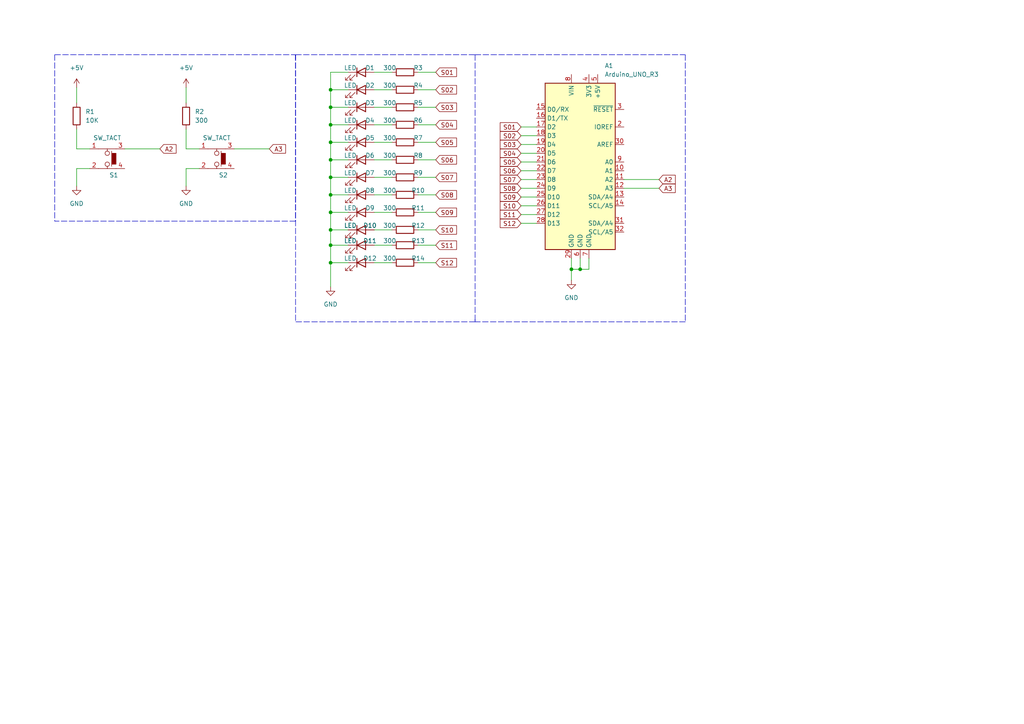
<source format=kicad_sch>
(kicad_sch (version 20211123) (generator eeschema)
  (paper "A4")
  (lib_symbols
    (symbol "1_kjc_LED_RL:SW_TACT"
      (property "Reference" "S" (at 0 -12.7 0))
      (property "Value" "SW_TACT" (at 0 12.7 0))
      (symbol "SW_TACT_0_1"
        (polyline (pts (xy 0 1.905) (xy 5.08 1.905)))
        (polyline (pts (xy 0 7.62) (xy 5.08 7.62)))
        (polyline (pts (xy 2.54 1.905) (xy 2.54 2.54)))
        (polyline (pts (xy 2.54 6.985) (xy 2.54 7.62)))
        (polyline (pts (xy 3.81 6.985) (xy 3.81 2.54) (xy 3.81 3.175) (xy 5.08 3.175) (xy 5.08 6.35) (xy 3.81 6.35)) (fill (type outline)))
        (circle (center 2.54 3.175) (radius 0.635))
        (circle (center 2.54 6.35) (radius 0.635))
      )
      (symbol "SW_TACT_1_1"
        (pin input line (at -2.54 7.62 0) (length 2.54) (name "") (number "1"))
        (pin input line (at -2.54 1.905 0) (length 2.54) (name "") (number "2"))
        (pin input line (at 7.62 7.62 180) (length 2.54) (name "") (number "3"))
        (pin input line (at 7.62 1.905 180) (length 2.54) (name "") (number "4"))
      )
    )
    (symbol "Device:LED" (pin_numbers hide) (pin_names (offset 1.016) hide)
      (property "Reference" "D" (at 0 2.54 0))
      (property "Value" "LED" (at 0 -2.54 0))
      (symbol "LED_0_1"
        (polyline (pts (xy -1.27 -1.27) (xy -1.27 1.27)) (stroke (width 0.254)))
        (polyline (pts (xy -1.27 0) (xy 1.27 0)))
        (polyline (pts (xy 1.27 -1.27) (xy 1.27 1.27) (xy -1.27 0) (xy 1.27 -1.27)) (stroke (width 0.254)))
        (polyline (pts (xy -3.048 -0.762) (xy -4.572 -2.286) (xy -3.81 -2.286) (xy -4.572 -2.286) (xy -4.572 -1.524)))
        (polyline (pts (xy -1.778 -0.762) (xy -3.302 -2.286) (xy -2.54 -2.286) (xy -3.302 -2.286) (xy -3.302 -1.524)))
      )
      (symbol "LED_1_1"
        (pin passive line (at -3.81 0 0) (length 2.54) (name "K") (number "1"))
        (pin passive line (at 3.81 0 180) (length 2.54) (name "A") (number "2"))
      )
    )
    (symbol "Device:R" (pin_numbers hide) (pin_names (offset 0))
      (property "Reference" "R" (at 2.032 0 90))
      (property "Value" "R" (at 0 0 90))
      (symbol "R_0_1"
        (rectangle (start -1.016 -2.54) (end 1.016 2.54) (stroke (width 0.254)))
      )
      (symbol "R_1_1"
        (pin passive line (at 0 3.81 270) (length 1.27) (name "~") (number "1"))
        (pin passive line (at 0 -3.81 90) (length 1.27) (name "~") (number "2"))
      )
    )
    (symbol "MCU_Module:Arduino_UNO_R3"
      (property "Reference" "A" (at -10.16 23.495 0))
      (property "Value" "Arduino_UNO_R3" (at 5.08 -26.67 0))
      (symbol "Arduino_UNO_R3_0_1"
        (rectangle (start -10.16 22.86) (end 10.16 -25.4) (stroke (width 0.254)) (fill (type background)))
      )
      (symbol "Arduino_UNO_R3_1_1"
        (pin no_connect line (at -10.16 -20.32 0) (length 2.54) hide (name "NC") (number "1"))
        (pin bidirectional line (at 12.7 -2.54 180) (length 2.54) (name "A1") (number "10"))
        (pin bidirectional line (at 12.7 -5.08 180) (length 2.54) (name "A2") (number "11"))
        (pin bidirectional line (at 12.7 -7.62 180) (length 2.54) (name "A3") (number "12"))
        (pin bidirectional line (at 12.7 -10.16 180) (length 2.54) (name "SDA/A4") (number "13"))
        (pin bidirectional line (at 12.7 -12.7 180) (length 2.54) (name "SCL/A5") (number "14"))
        (pin bidirectional line (at -12.7 15.24 0) (length 2.54) (name "D0/RX") (number "15"))
        (pin bidirectional line (at -12.7 12.7 0) (length 2.54) (name "D1/TX") (number "16"))
        (pin bidirectional line (at -12.7 10.16 0) (length 2.54) (name "D2") (number "17"))
        (pin bidirectional line (at -12.7 7.62 0) (length 2.54) (name "D3") (number "18"))
        (pin bidirectional line (at -12.7 5.08 0) (length 2.54) (name "D4") (number "19"))
        (pin output line (at 12.7 10.16 180) (length 2.54) (name "IOREF") (number "2"))
        (pin bidirectional line (at -12.7 2.54 0) (length 2.54) (name "D5") (number "20"))
        (pin bidirectional line (at -12.7 0 0) (length 2.54) (name "D6") (number "21"))
        (pin bidirectional line (at -12.7 -2.54 0) (length 2.54) (name "D7") (number "22"))
        (pin bidirectional line (at -12.7 -5.08 0) (length 2.54) (name "D8") (number "23"))
        (pin bidirectional line (at -12.7 -7.62 0) (length 2.54) (name "D9") (number "24"))
        (pin bidirectional line (at -12.7 -10.16 0) (length 2.54) (name "D10") (number "25"))
        (pin bidirectional line (at -12.7 -12.7 0) (length 2.54) (name "D11") (number "26"))
        (pin bidirectional line (at -12.7 -15.24 0) (length 2.54) (name "D12") (number "27"))
        (pin bidirectional line (at -12.7 -17.78 0) (length 2.54) (name "D13") (number "28"))
        (pin power_in line (at -2.54 -27.94 90) (length 2.54) (name "GND") (number "29"))
        (pin input line (at 12.7 15.24 180) (length 2.54) (name "~{RESET}") (number "3"))
        (pin input line (at 12.7 5.08 180) (length 2.54) (name "AREF") (number "30"))
        (pin bidirectional line (at 12.7 -17.78 180) (length 2.54) (name "SDA/A4") (number "31"))
        (pin bidirectional line (at 12.7 -20.32 180) (length 2.54) (name "SCL/A5") (number "32"))
        (pin power_out line (at 2.54 25.4 270) (length 2.54) (name "3V3") (number "4"))
        (pin power_out line (at 5.08 25.4 270) (length 2.54) (name "+5V") (number "5"))
        (pin power_in line (at 0 -27.94 90) (length 2.54) (name "GND") (number "6"))
        (pin power_in line (at 2.54 -27.94 90) (length 2.54) (name "GND") (number "7"))
        (pin power_in line (at -2.54 25.4 270) (length 2.54) (name "VIN") (number "8"))
        (pin bidirectional line (at 12.7 0 180) (length 2.54) (name "A0") (number "9"))
      )
    )
    (symbol "power:+5V" (power) (pin_names (offset 0))
      (property "Value" "+5V" (at 0 3.556 0))
      (symbol "+5V_0_1"
        (polyline (pts (xy -0.762 1.27) (xy 0 2.54)))
        (polyline (pts (xy 0 0) (xy 0 2.54)))
        (polyline (pts (xy 0 2.54) (xy 0.762 1.27)))
      )
      (symbol "+5V_1_1"
        (pin power_in line (at 0 0 90) (length 0) hide (name "+5V") (number "1"))
      )
    )
    (symbol "power:GND" (power) (pin_names (offset 0))
      (property "Value" "GND" (at 0 -3.81 0))
      (symbol "GND_0_1"
        (polyline (pts (xy 0 0) (xy 0 -1.27) (xy 1.27 -1.27) (xy 0 -2.54) (xy -1.27 -1.27) (xy 0 -1.27)))
      )
      (symbol "GND_1_1"
        (pin power_in line (at 0 0 270) (length 0) hide (name "GND") (number "1"))
      )
    )
  )
  (junction (at 95.885 61.595))
  (junction (at 95.885 26.035))
  (junction (at 95.885 46.355))
  (junction (at 95.885 66.675))
  (junction (at 165.735 78.105))
  (junction (at 95.885 36.195))
  (junction (at 95.885 71.12))
  (junction (at 95.885 76.2))
  (junction (at 95.885 41.275))
  (junction (at 95.885 56.515))
  (junction (at 95.885 31.115))
  (junction (at 95.885 51.435))
  (junction (at 168.275 78.105))
  (wire (pts (xy 95.885 71.12) (xy 95.885 76.2)))
  (polyline (pts (xy 137.795 93.345) (xy 85.725 93.345)))
  (wire (pts (xy 100.965 31.115) (xy 95.885 31.115)))
  (wire (pts (xy 165.735 74.93) (xy 165.735 78.105)))
  (wire (pts (xy 165.735 78.105) (xy 168.275 78.105)))
  (wire (pts (xy 121.285 31.115) (xy 126.365 31.115)))
  (wire (pts (xy 100.965 76.2) (xy 95.885 76.2)))
  (wire (pts (xy 95.885 66.675) (xy 95.885 71.12)))
  (wire (pts (xy 121.285 66.675) (xy 126.365 66.675)))
  (wire (pts (xy 151.13 41.91) (xy 155.575 41.91)))
  (wire (pts (xy 53.975 37.465) (xy 53.975 43.18)))
  (wire (pts (xy 100.965 41.275) (xy 95.885 41.275)))
  (wire (pts (xy 100.965 46.355) (xy 95.885 46.355)))
  (wire (pts (xy 108.585 61.595) (xy 113.665 61.595)))
  (wire (pts (xy 121.285 56.515) (xy 126.365 56.515)))
  (wire (pts (xy 108.585 76.2) (xy 113.665 76.2)))
  (wire (pts (xy 151.13 54.61) (xy 155.575 54.61)))
  (wire (pts (xy 100.965 61.595) (xy 95.885 61.595)))
  (polyline (pts (xy 15.875 15.875) (xy 85.725 15.875)))
  (wire (pts (xy 22.225 37.465) (xy 22.225 43.18)))
  (wire (pts (xy 95.885 61.595) (xy 95.885 66.675)))
  (wire (pts (xy 108.585 26.035) (xy 113.665 26.035)))
  (polyline (pts (xy 198.755 15.875) (xy 198.755 93.345)))
  (wire (pts (xy 151.13 46.99) (xy 155.575 46.99)))
  (polyline (pts (xy 85.725 64.135) (xy 15.875 64.135)))
  (wire (pts (xy 151.13 39.37) (xy 155.575 39.37)))
  (polyline (pts (xy 137.795 15.875) (xy 198.755 15.875)))
  (wire (pts (xy 108.585 51.435) (xy 113.665 51.435)))
  (wire (pts (xy 180.975 52.07) (xy 191.135 52.07)))
  (wire (pts (xy 151.13 36.83) (xy 155.575 36.83)))
  (wire (pts (xy 170.815 74.93) (xy 170.815 78.105)))
  (wire (pts (xy 151.13 49.53) (xy 155.575 49.53)))
  (wire (pts (xy 108.585 36.195) (xy 113.665 36.195)))
  (wire (pts (xy 95.885 41.275) (xy 95.885 46.355)))
  (wire (pts (xy 100.965 26.035) (xy 95.885 26.035)))
  (polyline (pts (xy 137.795 93.345) (xy 137.795 92.71)))
  (wire (pts (xy 121.285 26.035) (xy 126.365 26.035)))
  (wire (pts (xy 151.13 44.45) (xy 155.575 44.45)))
  (wire (pts (xy 22.225 43.18) (xy 26.035 43.18)))
  (wire (pts (xy 100.965 56.515) (xy 95.885 56.515)))
  (wire (pts (xy 151.13 64.77) (xy 155.575 64.77)))
  (wire (pts (xy 121.285 41.275) (xy 126.365 41.275)))
  (polyline (pts (xy 85.725 15.875) (xy 85.725 17.145)))
  (wire (pts (xy 67.945 43.18) (xy 78.105 43.18)))
  (wire (pts (xy 108.585 20.955) (xy 113.665 20.955)))
  (wire (pts (xy 95.885 56.515) (xy 95.885 61.595)))
  (polyline (pts (xy 85.725 15.875) (xy 85.725 64.135)))
  (wire (pts (xy 22.225 48.895) (xy 22.225 53.975)))
  (wire (pts (xy 53.975 25.4) (xy 53.975 29.845)))
  (wire (pts (xy 95.885 20.955) (xy 95.885 26.035)))
  (wire (pts (xy 151.13 59.69) (xy 155.575 59.69)))
  (polyline (pts (xy 137.795 15.875) (xy 137.795 93.345)))
  (wire (pts (xy 53.975 43.18) (xy 57.785 43.18)))
  (wire (pts (xy 108.585 31.115) (xy 113.665 31.115)))
  (wire (pts (xy 180.975 54.61) (xy 191.135 54.61)))
  (wire (pts (xy 108.585 66.675) (xy 113.665 66.675)))
  (wire (pts (xy 95.885 26.035) (xy 95.885 31.115)))
  (wire (pts (xy 151.13 62.23) (xy 155.575 62.23)))
  (wire (pts (xy 100.965 20.955) (xy 95.885 20.955)))
  (wire (pts (xy 100.965 71.12) (xy 95.885 71.12)))
  (wire (pts (xy 95.885 46.355) (xy 95.885 51.435)))
  (wire (pts (xy 151.13 57.15) (xy 155.575 57.15)))
  (wire (pts (xy 26.035 48.895) (xy 22.225 48.895)))
  (wire (pts (xy 121.285 20.955) (xy 126.365 20.955)))
  (polyline (pts (xy 85.725 15.875) (xy 137.795 15.875)))
  (wire (pts (xy 168.275 78.105) (xy 170.815 78.105)))
  (wire (pts (xy 121.285 76.2) (xy 126.365 76.2)))
  (wire (pts (xy 36.195 43.18) (xy 46.355 43.18)))
  (wire (pts (xy 100.965 36.195) (xy 95.885 36.195)))
  (wire (pts (xy 95.885 36.195) (xy 95.885 41.275)))
  (wire (pts (xy 121.285 51.435) (xy 126.365 51.435)))
  (wire (pts (xy 100.965 66.675) (xy 95.885 66.675)))
  (polyline (pts (xy 198.755 93.345) (xy 137.795 93.345)))
  (wire (pts (xy 108.585 56.515) (xy 113.665 56.515)))
  (wire (pts (xy 108.585 41.275) (xy 113.665 41.275)))
  (wire (pts (xy 165.735 78.105) (xy 165.735 81.28)))
  (wire (pts (xy 108.585 71.12) (xy 113.665 71.12)))
  (wire (pts (xy 121.285 46.355) (xy 126.365 46.355)))
  (wire (pts (xy 100.965 51.435) (xy 95.885 51.435)))
  (wire (pts (xy 57.785 48.895) (xy 53.975 48.895)))
  (wire (pts (xy 95.885 76.2) (xy 95.885 83.185)))
  (wire (pts (xy 22.225 25.4) (xy 22.225 29.845)))
  (polyline (pts (xy 85.725 15.875) (xy 85.725 93.345)))
  (wire (pts (xy 151.13 52.07) (xy 155.575 52.07)))
  (wire (pts (xy 53.975 48.895) (xy 53.975 53.975)))
  (wire (pts (xy 121.285 61.595) (xy 126.365 61.595)))
  (wire (pts (xy 95.885 31.115) (xy 95.885 36.195)))
  (wire (pts (xy 121.285 71.12) (xy 126.365 71.12)))
  (wire (pts (xy 121.285 36.195) (xy 126.365 36.195)))
  (wire (pts (xy 108.585 46.355) (xy 113.665 46.355)))
  (wire (pts (xy 95.885 51.435) (xy 95.885 56.515)))
  (wire (pts (xy 168.275 74.93) (xy 168.275 78.105)))
  (polyline (pts (xy 15.875 15.875) (xy 15.875 64.135)))
  (global_label "A2" (shape input) (at 191.135 52.07 0) (property "Intersheet References" "${INTERSHEET_REFS}" (effects hide)))
  (global_label "S02" (shape input) (at 151.13 39.37 180) (property "Intersheet References" "${INTERSHEET_REFS}" (effects hide)))
  (global_label "S12" (shape input) (at 151.13 64.77 180) (property "Intersheet References" "${INTERSHEET_REFS}" (effects hide)))
  (global_label "S03" (shape input) (at 151.13 41.91 180) (property "Intersheet References" "${INTERSHEET_REFS}" (effects hide)))
  (global_label "S03" (shape input) (at 126.365 31.115 0) (property "Intersheet References" "${INTERSHEET_REFS}" (effects hide)))
  (global_label "S09" (shape input) (at 126.365 61.595 0) (property "Intersheet References" "${INTERSHEET_REFS}" (effects hide)))
  (global_label "A3" (shape input) (at 78.105 43.18 0) (property "Intersheet References" "${INTERSHEET_REFS}" (effects hide)))
  (global_label "A3" (shape input) (at 191.135 54.61 0) (property "Intersheet References" "${INTERSHEET_REFS}" (effects hide)))
  (global_label "S06" (shape input) (at 126.365 46.355 0) (property "Intersheet References" "${INTERSHEET_REFS}" (effects hide)))
  (global_label "S06" (shape input) (at 151.13 49.53 180) (property "Intersheet References" "${INTERSHEET_REFS}" (effects hide)))
  (global_label "A2" (shape input) (at 46.355 43.18 0) (property "Intersheet References" "${INTERSHEET_REFS}" (effects hide)))
  (global_label "S08" (shape input) (at 126.365 56.515 0) (property "Intersheet References" "${INTERSHEET_REFS}" (effects hide)))
  (global_label "S11" (shape input) (at 151.13 62.23 180) (property "Intersheet References" "${INTERSHEET_REFS}" (effects hide)))
  (global_label "S07" (shape input) (at 151.13 52.07 180) (property "Intersheet References" "${INTERSHEET_REFS}" (effects hide)))
  (global_label "S04" (shape input) (at 151.13 44.45 180) (property "Intersheet References" "${INTERSHEET_REFS}" (effects hide)))
  (global_label "S01" (shape input) (at 151.13 36.83 180) (property "Intersheet References" "${INTERSHEET_REFS}" (effects hide)))
  (global_label "S05" (shape input) (at 151.13 46.99 180) (property "Intersheet References" "${INTERSHEET_REFS}" (effects hide)))
  (global_label "S12" (shape input) (at 126.365 76.2 0) (property "Intersheet References" "${INTERSHEET_REFS}" (effects hide)))
  (global_label "S01" (shape input) (at 126.365 20.955 0) (property "Intersheet References" "${INTERSHEET_REFS}" (effects hide)))
  (global_label "S08" (shape input) (at 151.13 54.61 180) (property "Intersheet References" "${INTERSHEET_REFS}" (effects hide)))
  (global_label "S11" (shape input) (at 126.365 71.12 0) (property "Intersheet References" "${INTERSHEET_REFS}" (effects hide)))
  (global_label "S10" (shape input) (at 126.365 66.675 0) (property "Intersheet References" "${INTERSHEET_REFS}" (effects hide)))
  (global_label "S09" (shape input) (at 151.13 57.15 180) (property "Intersheet References" "${INTERSHEET_REFS}" (effects hide)))
  (global_label "S07" (shape input) (at 126.365 51.435 0) (property "Intersheet References" "${INTERSHEET_REFS}" (effects hide)))
  (global_label "S05" (shape input) (at 126.365 41.275 0) (property "Intersheet References" "${INTERSHEET_REFS}" (effects hide)))
  (global_label "S02" (shape input) (at 126.365 26.035 0) (property "Intersheet References" "${INTERSHEET_REFS}" (effects hide)))
  (global_label "S04" (shape input) (at 126.365 36.195 0) (property "Intersheet References" "${INTERSHEET_REFS}" (effects hide)))
  (global_label "S10" (shape input) (at 151.13 59.69 180) (property "Intersheet References" "${INTERSHEET_REFS}" (effects hide)))
  (symbol (lib_id "1_kjc_LED_RL:SW_TACT") (at 28.575 50.8 0) (unit 1)
    (property "Reference" "S1" (at 33.02 50.8 0))
    (property "Value" "SW_TACT" (at 31.115 40.005 0))
    (property "Footprint" "1_KJC_Library:TACT_SW" (effects hide))
  )
  (symbol (lib_id "Device:R") (at 117.475 66.675 90) (unit 1)
    (property "Reference" "R12" (at 121.285 65.405 90))
    (property "Value" "300" (at 113.03 65.405 90))
    (property "Footprint" "Resistor_THT:R_Axial_DIN0207_L6.3mm_D2.5mm_P7.62mm_Horizontal" (effects hide))
  )
  (symbol (lib_id "Device:LED") (at 104.775 26.035 0) (unit 1)
    (property "Reference" "D2" (at 107.315 24.765 0))
    (property "Value" "LED" (at 101.6 24.765 0))
    (property "Footprint" "LED_THT:LED_D5.0mm" (effects hide))
  )
  (symbol (lib_id "Device:R") (at 117.475 46.355 90) (unit 1)
    (property "Reference" "R8" (at 121.285 45.085 90))
    (property "Value" "300" (at 113.03 45.085 90))
    (property "Footprint" "Resistor_THT:R_Axial_DIN0207_L6.3mm_D2.5mm_P7.62mm_Horizontal" (effects hide))
  )
  (symbol (lib_id "Device:R") (at 117.475 76.2 90) (unit 1)
    (property "Reference" "R14" (at 121.285 74.93 90))
    (property "Value" "300" (at 113.03 74.93 90))
    (property "Footprint" "Resistor_THT:R_Axial_DIN0207_L6.3mm_D2.5mm_P7.62mm_Horizontal" (effects hide))
  )
  (symbol (lib_id "Device:R") (at 117.475 61.595 90) (unit 1)
    (property "Reference" "R11" (at 121.285 60.325 90))
    (property "Value" "300" (at 113.03 60.325 90))
    (property "Footprint" "Resistor_THT:R_Axial_DIN0207_L6.3mm_D2.5mm_P7.62mm_Horizontal" (effects hide))
  )
  (symbol (lib_id "Device:LED") (at 104.775 51.435 0) (unit 1)
    (property "Reference" "D7" (at 107.315 50.165 0))
    (property "Value" "LED" (at 101.6 50.165 0))
    (property "Footprint" "LED_THT:LED_D5.0mm" (effects hide))
  )
  (symbol (lib_id "Device:R") (at 117.475 31.115 90) (unit 1)
    (property "Reference" "R5" (at 121.285 29.845 90))
    (property "Value" "300" (at 113.03 29.845 90))
    (property "Footprint" "Resistor_THT:R_Axial_DIN0207_L6.3mm_D2.5mm_P7.62mm_Horizontal" (effects hide))
  )
  (symbol (lib_id "Device:LED") (at 104.775 20.955 0) (unit 1)
    (property "Reference" "D1" (at 107.315 19.685 0))
    (property "Value" "LED" (at 101.6 19.685 0))
    (property "Footprint" "LED_THT:LED_D5.0mm" (effects hide))
  )
  (symbol (lib_id "power:+5V") (at 22.225 25.4 0) (unit 1)
    (property "Reference" "#PWR01" (effects hide))
    (property "Value" "+5V" (at 22.225 19.685 0))
  )
  (symbol (lib_id "Device:LED") (at 104.775 46.355 0) (unit 1)
    (property "Reference" "D6" (at 107.315 45.085 0))
    (property "Value" "LED" (at 101.6 45.085 0))
    (property "Footprint" "LED_THT:LED_D5.0mm" (effects hide))
  )
  (symbol (lib_id "1_kjc_LED_RL:SW_TACT") (at 60.325 50.8 0) (unit 1)
    (property "Reference" "S2" (at 64.77 50.8 0))
    (property "Value" "SW_TACT" (at 62.865 40.005 0))
    (property "Footprint" "1_KJC_Library:TACT_SW" (effects hide))
  )
  (symbol (lib_id "Device:R") (at 117.475 26.035 90) (unit 1)
    (property "Reference" "R4" (at 121.285 24.765 90))
    (property "Value" "300" (at 113.03 24.765 90))
    (property "Footprint" "Resistor_THT:R_Axial_DIN0207_L6.3mm_D2.5mm_P7.62mm_Horizontal" (effects hide))
  )
  (symbol (lib_id "Device:R") (at 117.475 51.435 90) (unit 1)
    (property "Reference" "R9" (at 121.285 50.165 90))
    (property "Value" "300" (at 113.03 50.165 90))
    (property "Footprint" "Resistor_THT:R_Axial_DIN0207_L6.3mm_D2.5mm_P7.62mm_Horizontal" (effects hide))
  )
  (symbol (lib_id "Device:R") (at 22.225 33.655 0) (unit 1)
    (property "Reference" "R1" (at 24.765 32.3849 0) (effects (justify left)))
    (property "Value" "10K" (at 24.765 34.9249 0) (effects (justify left)))
    (property "Footprint" "Resistor_THT:R_Axial_DIN0207_L6.3mm_D2.5mm_P7.62mm_Horizontal" (effects hide))
  )
  (symbol (lib_id "Device:R") (at 117.475 56.515 90) (unit 1)
    (property "Reference" "R10" (at 121.285 55.245 90))
    (property "Value" "300" (at 113.03 55.245 90))
    (property "Footprint" "Resistor_THT:R_Axial_DIN0207_L6.3mm_D2.5mm_P7.62mm_Horizontal" (effects hide))
  )
  (symbol (lib_id "Device:R") (at 117.475 20.955 90) (unit 1)
    (property "Reference" "R3" (at 121.285 19.685 90))
    (property "Value" "300" (at 113.03 19.685 90))
    (property "Footprint" "Resistor_THT:R_Axial_DIN0207_L6.3mm_D2.5mm_P7.62mm_Horizontal" (effects hide))
  )
  (symbol (lib_id "power:+5V") (at 53.975 25.4 0) (unit 1)
    (property "Reference" "#PWR03" (effects hide))
    (property "Value" "+5V" (at 53.975 19.685 0))
  )
  (symbol (lib_id "Device:R") (at 117.475 36.195 90) (unit 1)
    (property "Reference" "R6" (at 121.285 34.925 90))
    (property "Value" "300" (at 113.03 34.925 90))
    (property "Footprint" "Resistor_THT:R_Axial_DIN0207_L6.3mm_D2.5mm_P7.62mm_Horizontal" (effects hide))
  )
  (symbol (lib_id "power:GND") (at 165.735 81.28 0) (unit 1)
    (property "Reference" "#PWR06" (effects hide))
    (property "Value" "GND" (at 165.735 86.36 0))
  )
  (symbol (lib_id "Device:R") (at 117.475 71.12 90) (unit 1)
    (property "Reference" "R13" (at 121.285 69.85 90))
    (property "Value" "300" (at 113.03 69.85 90))
    (property "Footprint" "Resistor_THT:R_Axial_DIN0207_L6.3mm_D2.5mm_P7.62mm_Horizontal" (effects hide))
  )
  (symbol (lib_id "Device:LED") (at 104.775 56.515 0) (unit 1)
    (property "Reference" "D8" (at 107.315 55.245 0))
    (property "Value" "LED" (at 101.6 55.245 0))
    (property "Footprint" "LED_THT:LED_D5.0mm" (effects hide))
  )
  (symbol (lib_id "power:GND") (at 53.975 53.975 0) (unit 1)
    (property "Reference" "#PWR04" (effects hide))
    (property "Value" "GND" (at 53.975 59.055 0))
  )
  (symbol (lib_id "Device:LED") (at 104.775 36.195 0) (unit 1)
    (property "Reference" "D4" (at 107.315 34.925 0))
    (property "Value" "LED" (at 101.6 34.925 0))
    (property "Footprint" "LED_THT:LED_D5.0mm" (effects hide))
  )
  (symbol (lib_id "Device:LED") (at 104.775 66.675 0) (unit 1)
    (property "Reference" "D10" (at 107.315 65.405 0))
    (property "Value" "LED" (at 101.6 65.405 0))
    (property "Footprint" "LED_THT:LED_D5.0mm" (effects hide))
  )
  (symbol (lib_id "Device:LED") (at 104.775 61.595 0) (unit 1)
    (property "Reference" "D9" (at 107.315 60.325 0))
    (property "Value" "LED" (at 101.6 60.325 0))
    (property "Footprint" "LED_THT:LED_D5.0mm" (effects hide))
  )
  (symbol (lib_id "Device:LED") (at 104.775 31.115 0) (unit 1)
    (property "Reference" "D3" (at 107.315 29.845 0))
    (property "Value" "LED" (at 101.6 29.845 0))
    (property "Footprint" "LED_THT:LED_D5.0mm" (effects hide))
  )
  (symbol (lib_id "Device:R") (at 53.975 33.655 0) (unit 1)
    (property "Reference" "R2" (at 56.515 32.3849 0) (effects (justify left)))
    (property "Value" "300" (at 56.515 34.9249 0) (effects (justify left)))
    (property "Footprint" "Resistor_THT:R_Axial_DIN0207_L6.3mm_D2.5mm_P7.62mm_Horizontal" (effects hide))
  )
  (symbol (lib_id "MCU_Module:Arduino_UNO_R3") (at 168.275 46.99 0) (unit 1)
    (property "Reference" "A1" (at 175.3744 19.05 0) (effects (justify left)))
    (property "Value" "Arduino_UNO_R3" (at 175.3744 21.59 0) (effects (justify left)))
    (property "Footprint" "Module:Arduino_UNO_R3" (effects hide))
    (property "Datasheet" "https://www.arduino.cc/en/Main/arduinoBoardUno" (effects hide))
  )
  (symbol (lib_id "power:GND") (at 95.885 83.185 0) (unit 1)
    (property "Reference" "#PWR05" (effects hide))
    (property "Value" "GND" (at 95.885 88.265 0))
  )
  (symbol (lib_id "Device:LED") (at 104.775 71.12 0) (unit 1)
    (property "Reference" "D11" (at 107.315 69.85 0))
    (property "Value" "LED" (at 101.6 69.85 0))
    (property "Footprint" "LED_THT:LED_D5.0mm" (effects hide))
  )
  (symbol (lib_id "Device:LED") (at 104.775 76.2 0) (unit 1)
    (property "Reference" "D12" (at 107.315 74.93 0))
    (property "Value" "LED" (at 101.6 74.93 0))
    (property "Footprint" "LED_THT:LED_D5.0mm" (effects hide))
  )
  (symbol (lib_id "Device:LED") (at 104.775 41.275 0) (unit 1)
    (property "Reference" "D5" (at 107.315 40.005 0))
    (property "Value" "LED" (at 101.6 40.005 0))
    (property "Footprint" "LED_THT:LED_D5.0mm" (effects hide))
  )
  (symbol (lib_id "Device:R") (at 117.475 41.275 90) (unit 1)
    (property "Reference" "R7" (at 121.285 40.005 90))
    (property "Value" "300" (at 113.03 40.005 90))
    (property "Footprint" "Resistor_THT:R_Axial_DIN0207_L6.3mm_D2.5mm_P7.62mm_Horizontal" (effects hide))
  )
  (symbol (lib_id "power:GND") (at 22.225 53.975 0) (unit 1)
    (property "Reference" "#PWR02" (effects hide))
    (property "Value" "GND" (at 22.225 59.055 0))
  )
)
</source>
